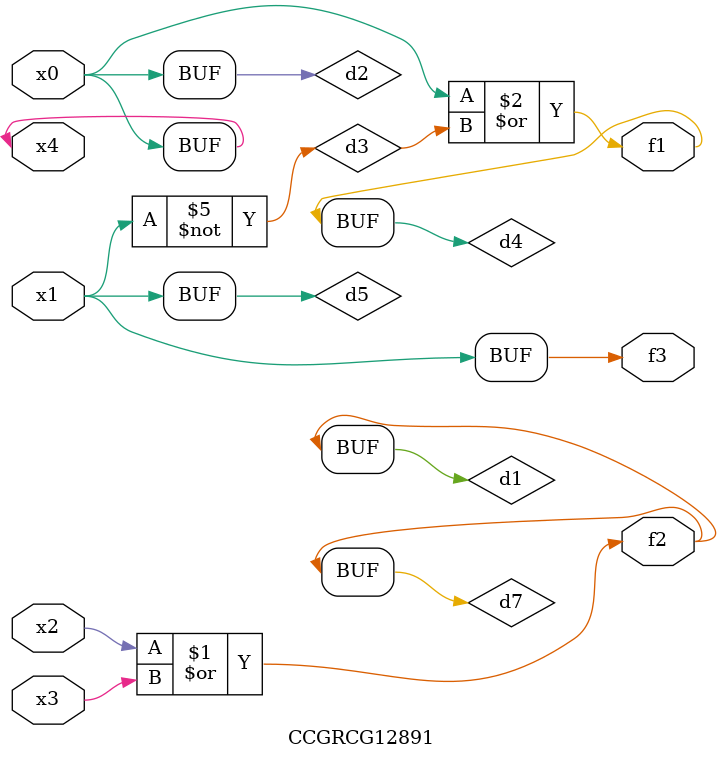
<source format=v>
module CCGRCG12891(
	input x0, x1, x2, x3, x4,
	output f1, f2, f3
);

	wire d1, d2, d3, d4, d5, d6, d7;

	or (d1, x2, x3);
	buf (d2, x0, x4);
	not (d3, x1);
	or (d4, d2, d3);
	not (d5, d3);
	nand (d6, d1, d3);
	or (d7, d1);
	assign f1 = d4;
	assign f2 = d7;
	assign f3 = d5;
endmodule

</source>
